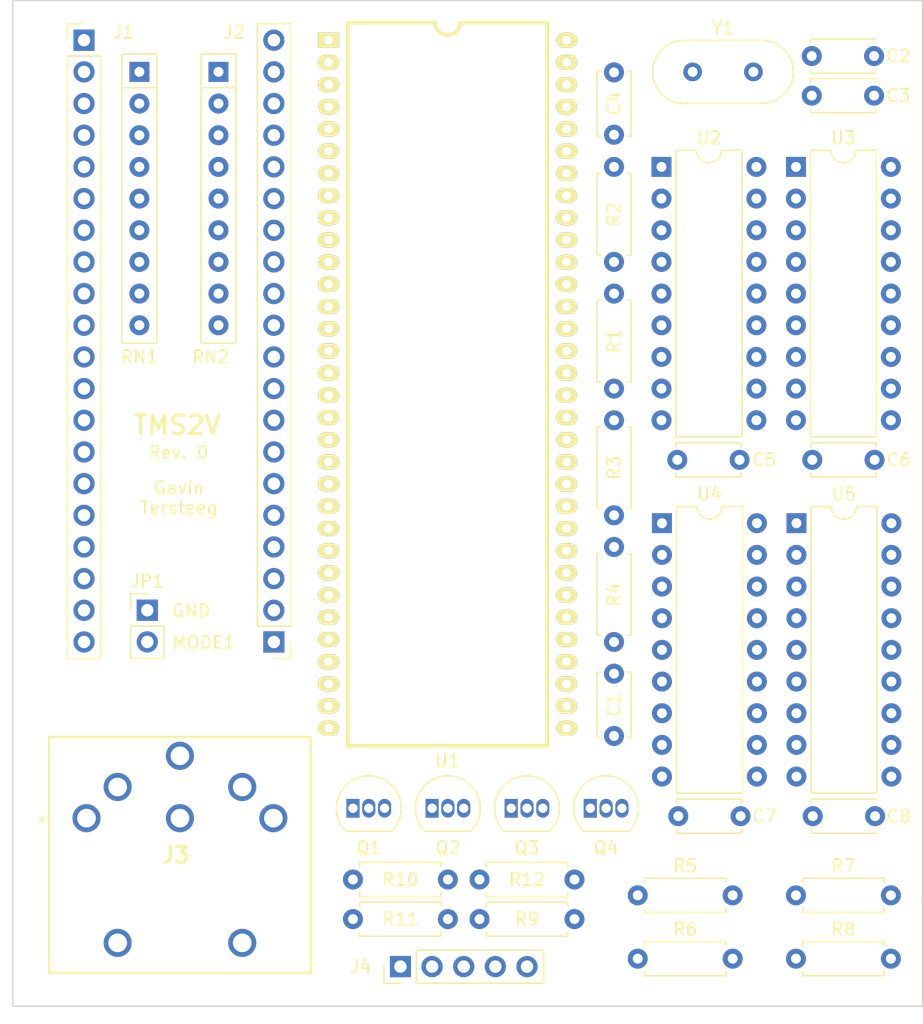
<source format=kicad_pcb>
(kicad_pcb (version 20221018) (generator pcbnew)
  (layers (0 "F.Cu" signal) (31 "B.Cu" signal) (34 "B.Paste" user) (35 "F.Paste" user) (36 "B.SilkS" user "B.Silkscreen") (37 "F.SilkS" user "F.Silkscreen") (38 "B.Mask" user) (39 "F.Mask" user) (44 "Edge.Cuts" user))
  (net 0 "")
  (net 1 "GND")
  (net 2 "Net-(U1-VBB)")
  (net 3 "Net-(U1-XTAL1)")
  (net 4 "Net-(U1-XTAL2)")
  (net 5 "+5V")
  (net 6 "/*TMS_RAS")
  (net 7 "/*TMS_CAS")
  (net 8 "/TMS_AD0")
  (net 9 "/TMS_AD1")
  (net 10 "/TMS_AD2")
  (net 11 "/TMS_AD3")
  (net 12 "/TMS_AD4")
  (net 13 "/TMS_AD5")
  (net 14 "/TMS_AD6")
  (net 15 "/TMS_AD7")
  (net 16 "/*TMS_RDWR")
  (net 17 "Net-(J1-Pin_13)")
  (net 18 "Net-(J1-Pin_14)")
  (net 19 "Net-(J1-Pin_15)")
  (net 20 "/*INT")
  (net 21 "/CD0")
  (net 22 "/CD1")
  (net 23 "/CD2")
  (net 24 "/CD3")
  (net 25 "/CD4")
  (net 26 "/CD5")
  (net 27 "/CD6")
  (net 28 "/CD7")
  (net 37 "Net-(J2-Pin_14)")
  (net 39 "/COMP")
  (net 41 "/CLK")
  (net 44 "/GREEN")
  (net 46 "/RED")
  (net 47 "/BLUE")
  (net 48 "/CSYNC")
  (net 49 "Net-(JP1-B)")
  (net 50 "Net-(Q1-B)")
  (net 51 "Net-(Q2-B)")
  (net 52 "Net-(Q3-B)")
  (net 53 "Net-(Q4-B)")
  (net 54 "Net-(U1-R{slash}*W)")
  (net 55 "Net-(U2-*WE)")
  (net 56 "Net-(U1-*CAS0)")
  (net 57 "Net-(U2-*CAS)")
  (net 58 "Net-(U1-*CAS1)")
  (net 59 "Net-(U3-*CAS)")
  (net 60 "Net-(U1-*RAS)")
  (net 61 "Net-(U2-*RAS)")
  (net 62 "Net-(U1-CSYNC)")
  (net 66 "Net-(RN2-R7)")
  (net 67 "Net-(RN2-R8)")
  (net 83 "/VD0")
  (net 84 "/VD1")
  (net 85 "/VD2")
  (net 86 "/VD3")
  (net 87 "/VD4")
  (net 88 "/VD5")
  (net 89 "/VD6")
  (net 90 "/VD7")
  (net 91 "/VA0")
  (net 92 "/VA1")
  (net 93 "/VA2")
  (net 94 "/VA3")
  (net 95 "/VA4")
  (net 96 "/VA5")
  (net 97 "/VA6")
  (net 98 "/VA7")
  (footprint "Capacitor_THT:C_Disc_D5.0mm_W2.5mm_P5.00mm" (layer "F.Cu") (at 170.26 137.795)
    (fp_text reference "C7" (at 6.905 0) (layer "F.SilkS"))
    (fp_text value "0.1 uF")
    (pad "1" thru_hole circle (at 0 0) (size 1.6 1.6) (drill 0.8) (layers "*.Cu" "*.Mask") (net 5 "+5V"))
    (pad "2" thru_hole circle (at 5 0) (size 1.6 1.6) (drill 0.8) (layers "*.Cu" "*.Mask") (net 1 "GND"))
  )
  (footprint "Capacitor_THT:C_Disc_D5.0mm_W2.5mm_P5.00mm" (layer "F.Cu") (at 165.1 131.365 90)
    (fp_text reference "C1" (at 2.5 0 90) (layer "F.SilkS"))
    (fp_text value "0.1 uF")
    (pad "1" thru_hole circle (at 0 0 90) (size 1.6 1.6) (drill 0.8) (layers "*.Cu" "*.Mask") (net 1 "GND"))
    (pad "2" thru_hole circle (at 5 0 90) (size 1.6 1.6) (drill 0.8) (layers "*.Cu" "*.Mask") (net 2 "Net-(U1-VBB)"))
  )
  (footprint "Capacitor_THT:C_Disc_D5.0mm_W2.5mm_P5.00mm" (layer "F.Cu") (at 181.015 109.22)
    (fp_text reference "C6" (at 6.945 0) (layer "F.SilkS"))
    (fp_text value "0.1 uF")
    (pad "1" thru_hole circle (at 0 0) (size 1.6 1.6) (drill 0.8) (layers "*.Cu" "*.Mask") (net 5 "+5V"))
    (pad "2" thru_hole circle (at 5 0) (size 1.6 1.6) (drill 0.8) (layers "*.Cu" "*.Mask") (net 1 "GND"))
  )
  (footprint "Resistor_THT:R_Axial_DIN0207_L6.3mm_D2.5mm_P7.62mm_Horizontal" (layer "F.Cu") (at 167.005 144.145)
    (fp_text reference "R5" (at 3.81 -2.37) (layer "F.SilkS"))
    (fp_text value "1K")
    (pad "1" thru_hole circle (at 0 0) (size 1.6 1.6) (drill 0.8) (layers "*.Cu" "*.Mask") (net 62 "Net-(U1-CSYNC)"))
    (pad "2" thru_hole oval (at 7.62 0) (size 1.6 1.6) (drill 0.8) (layers "*.Cu" "*.Mask") (net 53 "Net-(Q4-B)"))
  )
  (footprint "Package_TO_SOT_THT:TO-92_Inline" (layer "F.Cu") (at 163.195 137.16)
    (fp_text reference "Q4" (at 1.27 3.175) (layer "F.SilkS"))
    (fp_text value "BC547")
    (pad "1" thru_hole rect (at 0 0) (size 1.05 1.5) (drill 0.75) (layers "*.Cu" "*.Mask") (net 5 "+5V"))
    (pad "2" thru_hole oval (at 1.27 0) (size 1.05 1.5) (drill 0.75) (layers "*.Cu" "*.Mask") (net 53 "Net-(Q4-B)"))
    (pad "3" thru_hole oval (at 2.54 0) (size 1.05 1.5) (drill 0.75) (layers "*.Cu" "*.Mask") (net 48 "/CSYNC"))
  )
  (footprint "Capacitor_THT:C_Disc_D5.0mm_W2.5mm_P5.00mm" (layer "F.Cu") (at 170.18 109.22)
    (fp_text reference "C5" (at 6.985 0) (layer "F.SilkS"))
    (fp_text value "0.1 uF")
    (pad "1" thru_hole circle (at 0 0) (size 1.6 1.6) (drill 0.8) (layers "*.Cu" "*.Mask") (net 5 "+5V"))
    (pad "2" thru_hole circle (at 5 0) (size 1.6 1.6) (drill 0.8) (layers "*.Cu" "*.Mask") (net 1 "GND"))
  )
  (footprint "Package_DIP:DIP-18_W7.62mm" (layer "F.Cu") (at 179.745 114.3)
    (fp_text reference "U5" (at 3.81 -2.33) (layer "F.SilkS"))
    (fp_text value "D41464")
    (pad "1" thru_hole rect (at 0 0) (size 1.6 1.6) (drill 0.8) (layers "*.Cu" "*.Mask") (net 1 "GND"))
    (pad "2" thru_hole oval (at 0 2.54) (size 1.6 1.6) (drill 0.8) (layers "*.Cu" "*.Mask") (net 87 "/VD4"))
    (pad "3" thru_hole oval (at 0 5.08) (size 1.6 1.6) (drill 0.8) (layers "*.Cu" "*.Mask") (net 88 "/VD5"))
    (pad "4" thru_hole oval (at 0 7.62) (size 1.6 1.6) (drill 0.8) (layers "*.Cu" "*.Mask") (net 55 "Net-(U2-*WE)"))
    (pad "5" thru_hole oval (at 0 10.16) (size 1.6 1.6) (drill 0.8) (layers "*.Cu" "*.Mask") (net 61 "Net-(U2-*RAS)"))
    (pad "6" thru_hole oval (at 0 12.7) (size 1.6 1.6) (drill 0.8) (layers "*.Cu" "*.Mask") (net 97 "/VA6"))
    (pad "7" thru_hole oval (at 0 15.24) (size 1.6 1.6) (drill 0.8) (layers "*.Cu" "*.Mask") (net 96 "/VA5"))
    (pad "8" thru_hole oval (at 0 17.78) (size 1.6 1.6) (drill 0.8) (layers "*.Cu" "*.Mask") (net 95 "/VA4"))
    (pad "9" thru_hole oval (at 0 20.32) (size 1.6 1.6) (drill 0.8) (layers "*.Cu" "*.Mask") (net 5 "+5V"))
    (pad "10" thru_hole oval (at 7.62 20.32) (size 1.6 1.6) (drill 0.8) (layers "*.Cu" "*.Mask") (net 98 "/VA7"))
    (pad "11" thru_hole oval (at 7.62 17.78) (size 1.6 1.6) (drill 0.8) (layers "*.Cu" "*.Mask") (net 94 "/VA3"))
    (pad "12" thru_hole oval (at 7.62 15.24) (size 1.6 1.6) (drill 0.8) (layers "*.Cu" "*.Mask") (net 93 "/VA2"))
    (pad "13" thru_hole oval (at 7.62 12.7) (size 1.6 1.6) (drill 0.8) (layers "*.Cu" "*.Mask") (net 92 "/VA1"))
    (pad "14" thru_hole oval (at 7.62 10.16) (size 1.6 1.6) (drill 0.8) (layers "*.Cu" "*.Mask") (net 91 "/VA0"))
    (pad "15" thru_hole oval (at 7.62 7.62) (size 1.6 1.6) (drill 0.8) (layers "*.Cu" "*.Mask") (net 89 "/VD6"))
    (pad "16" thru_hole oval (at 7.62 5.08) (size 1.6 1.6) (drill 0.8) (layers "*.Cu" "*.Mask") (net 59 "Net-(U3-*CAS)"))
    (pad "17" thru_hole oval (at 7.62 2.54) (size 1.6 1.6) (drill 0.8) (layers "*.Cu" "*.Mask") (net 90 "/VD7"))
    (pad "18" thru_hole oval (at 7.62 0) (size 1.6 1.6) (drill 0.8) (layers "*.Cu" "*.Mask") (net 1 "GND"))
  )
  (footprint "Custom:DIN-6" (layer "F.Cu") (at 122.755 137.955)
    (fp_text reference "J3" (at 7.15 2.95) (layer "F.SilkS") (effects (font (size 1.27 1.27) (thickness 0.254))))
    (fp_text value "RGB Out" hide)
    (pad "" thru_hole circle (at 2.5 10) (size 2.25 2.25) (drill 1.5) (layers "*.Cu" "*.Mask"))
    (pad "" thru_hole circle (at 12.5 10) (size 2.25 2.25) (drill 1.5) (layers "*.Cu" "*.Mask"))
    (pad "1" thru_hole circle (at 15 0) (size 2.25 2.25) (drill 1.5) (layers "*.Cu" "*.Mask") (net 44 "/GREEN"))
    (pad "2" thru_hole circle (at 12.5 -2.5) (size 2.25 2.25) (drill 1.5) (layers "*.Cu" "*.Mask"))
    (pad "3" thru_hole circle (at 7.5 0) (size 2.25 2.25) (drill 1.5) (layers "*.Cu" "*.Mask") (net 1 "GND"))
    (pad "4" thru_hole circle (at 2.5 -2.5) (size 2.25 2.25) (drill 1.5) (layers "*.Cu" "*.Mask") (net 46 "/RED"))
    (pad "5" thru_hole circle (at 0 0) (size 2.25 2.25) (drill 1.5) (layers "*.Cu" "*.Mask") (net 47 "/BLUE"))
    (pad "6" thru_hole circle (at 7.5 -5) (size 2.25 2.25) (drill 1.5) (layers "*.Cu" "*.Mask") (net 48 "/CSYNC"))
  )
  (footprint "Package_TO_SOT_THT:TO-92_Inline" (layer "F.Cu") (at 144.145 137.16)
    (fp_text reference "Q1" (at 1.27 3.175) (layer "F.SilkS"))
    (fp_text value "BC547")
    (pad "1" thru_hole rect (at 0 0) (size 1.05 1.5) (drill 0.75) (layers "*.Cu" "*.Mask") (net 5 "+5V"))
    (pad "2" thru_hole oval (at 1.27 0) (size 1.05 1.5) (drill 0.75) (layers "*.Cu" "*.Mask") (net 50 "Net-(Q1-B)"))
    (pad "3" thru_hole oval (at 2.54 0) (size 1.05 1.5) (drill 0.75) (layers "*.Cu" "*.Mask") (net 46 "/RED"))
  )
  (footprint "Resistor_THT:R_Axial_DIN0207_L6.3mm_D2.5mm_P7.62mm_Horizontal" (layer "F.Cu") (at 154.305 146.05)
    (fp_text reference "R9" (at 3.81 0) (layer "F.SilkS"))
    (fp_text value "220R")
    (pad "1" thru_hole circle (at 0 0) (size 1.6 1.6) (drill 0.8) (layers "*.Cu" "*.Mask") (net 1 "GND"))
    (pad "2" thru_hole oval (at 7.62 0) (size 1.6 1.6) (drill 0.8) (layers "*.Cu" "*.Mask") (net 48 "/CSYNC"))
  )
  (footprint "Crystal:Crystal_HC49-U_Vertical" (layer "F.Cu") (at 171.41 78.105)
    (fp_text reference "Y1" (at 2.44 -3.525) (layer "F.SilkS"))
    (fp_text value "24.47727 Mhz")
    (pad "1" thru_hole circle (at 0 0) (size 1.5 1.5) (drill 0.8) (layers "*.Cu" "*.Mask") (net 4 "Net-(U1-XTAL2)"))
    (pad "2" thru_hole circle (at 4.88 0) (size 1.5 1.5) (drill 0.8) (layers "*.Cu" "*.Mask") (net 3 "Net-(U1-XTAL1)"))
  )
  (footprint "Resistor_THT:R_Axial_DIN0207_L6.3mm_D2.5mm_P7.62mm_Horizontal" (layer "F.Cu") (at 165.1 95.885 -90)
    (fp_text reference "R1" (at 3.81 0 90) (layer "F.SilkS"))
    (fp_text value "100R")
    (pad "1" thru_hole circle (at 0 0 270) (size 1.6 1.6) (drill 0.8) (layers "*.Cu" "*.Mask") (net 54 "Net-(U1-R{slash}*W)"))
    (pad "2" thru_hole oval (at 7.62 0 270) (size 1.6 1.6) (drill 0.8) (layers "*.Cu" "*.Mask") (net 55 "Net-(U2-*WE)"))
  )
  (footprint "Connector_PinHeader_2.54mm:PinHeader_1x20_P2.54mm_Vertical" (layer "F.Cu") (at 122.555 75.565)
    (fp_text reference "J1" (at 3.175 -0.635) (layer "F.SilkS"))
    (fp_text value "TMS9918A Socket")
    (pad "1" thru_hole rect (at 0 0) (size 1.7 1.7) (drill 1) (layers "*.Cu" "*.Mask") (net 6 "/*TMS_RAS"))
    (pad "2" thru_hole oval (at 0 2.54) (size 1.7 1.7) (drill 1) (layers "*.Cu" "*.Mask") (net 7 "/*TMS_CAS"))
    (pad "3" thru_hole oval (at 0 5.08) (size 1.7 1.7) (drill 1) (layers "*.Cu" "*.Mask") (net 8 "/TMS_AD0"))
    (pad "4" thru_hole oval (at 0 7.62) (size 1.7 1.7) (drill 1) (layers "*.Cu" "*.Mask") (net 9 "/TMS_AD1"))
    (pad "5" thru_hole oval (at 0 10.16) (size 1.7 1.7) (drill 1) (layers "*.Cu" "*.Mask") (net 10 "/TMS_AD2"))
    (pad "6" thru_hole oval (at 0 12.7) (size 1.7 1.7) (drill 1) (layers "*.Cu" "*.Mask") (net 11 "/TMS_AD3"))
    (pad "7" thru_hole oval (at 0 15.24) (size 1.7 1.7) (drill 1) (layers "*.Cu" "*.Mask") (net 12 "/TMS_AD4"))
    (pad "8" thru_hole oval (at 0 17.78) (size 1.7 1.7) (drill 1) (layers "*.Cu" "*.Mask") (net 13 "/TMS_AD5"))
    (pad "9" thru_hole oval (at 0 20.32) (size 1.7 1.7) (drill 1) (layers "*.Cu" "*.Mask") (net 14 "/TMS_AD6"))
    (pad "10" thru_hole oval (at 0 22.86) (size 1.7 1.7) (drill 1) (layers "*.Cu" "*.Mask") (net 15 "/TMS_AD7"))
    (pad "11" thru_hole oval (at 0 25.4) (size 1.7 1.7) (drill 1) (layers "*.Cu" "*.Mask") (net 16 "/*TMS_RDWR"))
    (pad "12" thru_hole oval (at 0 27.94) (size 1.7 1.7) (drill 1) (layers "*.Cu" "*.Mask") (net 1 "GND"))
    (pad "13" thru_hole oval (at 0 30.48) (size 1.7 1.7) (drill 1) (layers "*.Cu" "*.Mask") (net 17 "Net-(J1-Pin_13)"))
    (pad "14" thru_hole oval (at 0 33.02) (size 1.7 1.7) (drill 1) (layers "*.Cu" "*.Mask") (net 18 "Net-(J1-Pin_14)"))
    (pad "15" thru_hole oval (at 0 35.56) (size 1.7 1.7) (drill 1) (layers "*.Cu" "*.Mask") (net 19 "Net-(J1-Pin_15)"))
    (pad "16" thru_hole oval (at 0 38.1) (size 1.7 1.7) (drill 1) (layers "*.Cu" "*.Mask") (net 20 "/*INT"))
    (pad "17" thru_hole oval (at 0 40.64) (size 1.7 1.7) (drill 1) (layers "*.Cu" "*.Mask") (net 21 "/CD0"))
    (pad "18" thru_hole oval (at 0 43.18) (size 1.7 1.7) (drill 1) (layers "*.Cu" "*.Mask") (net 22 "/CD1"))
    (pad "19" thru_hole oval (at 0 45.72) (size 1.7 1.7) (drill 1) (layers "*.Cu" "*.Mask") (net 23 "/CD2"))
    (pad "20" thru_hole oval (at 0 48.26) (size 1.7 1.7) (drill 1) (layers "*.Cu" "*.Mask") (net 24 "/CD3"))
  )
  (footprint "Resistor_THT:R_Axial_DIN0207_L6.3mm_D2.5mm_P7.62mm_Horizontal" (layer "F.Cu") (at 165.1 113.665 90)
    (fp_text reference "R3" (at 3.81 0 90) (layer "F.SilkS"))
    (fp_text value "100R")
    (pad "1" thru_hole circle (at 0 0 90) (size 1.6 1.6) (drill 0.8) (layers "*.Cu" "*.Mask") (net 58 "Net-(U1-*CAS1)"))
    (pad "2" thru_hole oval (at 7.62 0 90) (size 1.6 1.6) (drill 0.8) (layers "*.Cu" "*.Mask") (net 59 "Net-(U3-*CAS)"))
  )
  (footprint "Resistor_THT:R_Array_SIP9" (layer "F.Cu") (at 133.35 78.105 -90)
    (fp_text reference "RN2" (at 22.86 0.635 -180) (layer "F.SilkS"))
    (fp_text value "10K")
    (pad "1" thru_hole rect (at 0 0 270) (size 1.6 1.6) (drill 0.8) (layers "*.Cu" "*.Mask") (net 5 "+5V"))
    (pad "2" thru_hole oval (at 2.54 0 270) (size 1.6 1.6) (drill 0.8) (layers "*.Cu" "*.Mask"))
    (pad "3" thru_hole oval (at 5.08 0 270) (size 1.6 1.6) (drill 0.8) (layers "*.Cu" "*.Mask"))
    (pad "4" thru_hole oval (at 7.62 0 270) (size 1.6 1.6) (drill 0.8) (layers "*.Cu" "*.Mask"))
    (pad "5" thru_hole oval (at 10.16 0 270) (size 1.6 1.6) (drill 0.8) (layers "*.Cu" "*.Mask") (net 16 "/*TMS_RDWR"))
    (pad "6" thru_hole oval (at 12.7 0 270) (size 1.6 1.6) (drill 0.8) (layers "*.Cu" "*.Mask") (net 6 "/*TMS_RAS"))
    (pad "7" thru_hole oval (at 15.24 0 270) (size 1.6 1.6) (drill 0.8) (layers "*.Cu" "*.Mask") (net 7 "/*TMS_CAS"))
    (pad "8" thru_hole oval (at 17.78 0 270) (size 1.6 1.6) (drill 0.8) (layers "*.Cu" "*.Mask") (net 66 "Net-(RN2-R7)"))
    (pad "9" thru_hole oval (at 20.32 0 270) (size 1.6 1.6) (drill 0.8) (layers "*.Cu" "*.Mask") (net 67 "Net-(RN2-R8)"))
  )
  (footprint "Capacitor_THT:C_Disc_D5.0mm_W2.5mm_P5.00mm" (layer "F.Cu") (at 185.975 80.01 180)
    (fp_text reference "C3" (at -1.945 0) (layer "F.SilkS"))
    (fp_text value "33 pF")
    (pad "1" thru_hole circle (at 0 0 180) (size 1.6 1.6) (drill 0.8) (layers "*.Cu" "*.Mask") (net 1 "GND"))
    (pad "2" thru_hole circle (at 5 0 180) (size 1.6 1.6) (drill 0.8) (layers "*.Cu" "*.Mask") (net 4 "Net-(U1-XTAL2)"))
  )
  (footprint "Resistor_THT:R_Axial_DIN0207_L6.3mm_D2.5mm_P7.62mm_Horizontal" (layer "F.Cu") (at 179.705 144.145)
    (fp_text reference "R7" (at 3.81 -2.37) (layer "F.SilkS"))
    (fp_text value "1K")
    (pad "1" thru_hole circle (at 0 0) (size 1.6 1.6) (drill 0.8) (layers "*.Cu" "*.Mask") (net 1 "GND"))
    (pad "2" thru_hole oval (at 7.62 0) (size 1.6 1.6) (drill 0.8) (layers "*.Cu" "*.Mask") (net 51 "Net-(Q2-B)"))
  )
  (footprint "Connector_PinHeader_2.54mm:PinHeader_1x05_P2.54mm_Vertical" (layer "F.Cu") (at 147.955 149.86 90)
    (fp_text reference "J4" (at 0 -3.175 180) (layer "F.SilkS"))
    (fp_text value "RGB Header")
    (pad "1" thru_hole rect (at 0 0 90) (size 1.7 1.7) (drill 1) (layers "*.Cu" "*.Mask") (net 46 "/RED"))
    (pad "2" thru_hole oval (at 0 2.54 90) (size 1.7 1.7) (drill 1) (layers "*.Cu" "*.Mask") (net 44 "/GREEN"))
    (pad "3" thru_hole oval (at 0 5.08 90) (size 1.7 1.7) (drill 1) (layers "*.Cu" "*.Mask") (net 47 "/BLUE"))
    (pad "4" thru_hole oval (at 0 7.62 90) (size 1.7 1.7) (drill 1) (layers "*.Cu" "*.Mask") (net 48 "/CSYNC"))
    (pad "5" thru_hole oval (at 0 10.16 90) (size 1.7 1.7) (drill 1) (layers "*.Cu" "*.Mask") (net 1 "GND"))
  )
  (footprint "Resistor_THT:R_Axial_DIN0207_L6.3mm_D2.5mm_P7.62mm_Horizontal" (layer "F.Cu") (at 167.005 149.225)
    (fp_text reference "R6" (at 3.81 -2.37) (layer "F.SilkS"))
    (fp_text value "1K")
    (pad "1" thru_hole circle (at 0 0) (size 1.6 1.6) (drill 0.8) (layers "*.Cu" "*.Mask") (net 1 "GND"))
    (pad "2" thru_hole oval (at 7.62 0) (size 1.6 1.6) (drill 0.8) (layers "*.Cu" "*.Mask") (net 52 "Net-(Q3-B)"))
  )
  (footprint "Package_TO_SOT_THT:TO-92_Inline" (layer "F.Cu") (at 156.845 137.16)
    (fp_text reference "Q3" (at 1.27 3.175) (layer "F.SilkS"))
    (fp_text value "BC547")
    (pad "1" thru_hole rect (at 0 0) (size 1.05 1.5) (drill 0.75) (layers "*.Cu" "*.Mask") (net 5 "+5V"))
    (pad "2" thru_hole oval (at 1.27 0) (size 1.05 1.5) (drill 0.75) (layers "*.Cu" "*.Mask") (net 52 "Net-(Q3-B)"))
    (pad "3" thru_hole oval (at 2.54 0) (size 1.05 1.5) (drill 0.75) (layers "*.Cu" "*.Mask") (net 47 "/BLUE"))
  )
  (footprint "Capacitor_THT:C_Disc_D5.0mm_W2.5mm_P5.00mm" (layer "F.Cu") (at 181.055 137.795)
    (fp_text reference "C8" (at 6.905 0) (layer "F.SilkS"))
    (fp_text value "0.1 uF")
    (pad "1" thru_hole circle (at 0 0) (size 1.6 1.6) (drill 0.8) (layers "*.Cu" "*.Mask") (net 5 "+5V"))
    (pad "2" thru_hole circle (at 5 0) (size 1.6 1.6) (drill 0.8) (layers "*.Cu" "*.Mask") (net 1 "GND"))
  )
  (footprint "Capacitor_THT:C_Disc_D5.0mm_W2.5mm_P5.00mm" (layer "F.Cu") (at 165.1 83.145 90)
    (fp_text reference "C4" (at 2.5 0 90) (layer "F.SilkS"))
    (fp_text value "0.1 uF")
    (pad "1" thru_hole circle (at 0 0 90) (size 1.6 1.6) (drill 0.8) (layers "*.Cu" "*.Mask") (net 5 "+5V"))
    (pad "2" thru_hole circle (at 5 0 90) (size 1.6 1.6) (drill 0.8) (layers "*.Cu" "*.Mask") (net 1 "GND"))
  )
  (footprint "Capacitor_THT:C_Disc_D5.0mm_W2.5mm_P5.00mm" (layer "F.Cu") (at 185.975 76.835 180)
    (fp_text reference "C2" (at -1.945 0) (layer "F.SilkS"))
    (fp_text value "33 Pf")
    (pad "1" thru_hole circle (at 0 0 180) (size 1.6 1.6) (drill 0.8) (layers "*.Cu" "*.Mask") (net 1 "GND"))
    (pad "2" thru_hole circle (at 5 0 180) (size 1.6 1.6) (drill 0.8) (layers "*.Cu" "*.Mask") (net 3 "Net-(U1-XTAL1)"))
  )
  (footprint "Resistor_THT:R_Axial_DIN0207_L6.3mm_D2.5mm_P7.62mm_Horizontal" (layer "F.Cu") (at 165.1 123.825 90)
    (fp_text reference "R4" (at 3.81 0 90) (layer "F.SilkS"))
    (fp_text value "100R")
    (pad "1" thru_hole circle (at 0 0 90) (size 1.6 1.6) (drill 0.8) (layers "*.Cu" "*.Mask") (net 60 "Net-(U1-*RAS)"))
    (pad "2" thru_hole oval (at 7.62 0 90) (size 1.6 1.6) (drill 0.8) (layers "*.Cu" "*.Mask") (net 61 "Net-(U2-*RAS)"))
  )
  (footprint "Package_DIP:DIP-18_W7.62mm" (layer "F.Cu") (at 179.705 85.725)
    (fp_text reference "U3" (at 3.81 -2.33) (layer "F.SilkS"))
    (fp_text value "D41464")
    (pad "1" thru_hole rect (at 0 0) (size 1.6 1.6) (drill 0.8) (layers "*.Cu" "*.Mask") (net 1 "GND"))
    (pad "2" thru_hole oval (at 0 2.54) (size 1.6 1.6) (drill 0.8) (layers "*.Cu" "*.Mask") (net 83 "/VD0"))
    (pad "3" thru_hole oval (at 0 5.08) (size 1.6 1.6) (drill 0.8) (layers "*.Cu" "*.Mask") (net 84 "/VD1"))
    (pad "4" thru_hole oval (at 0 7.62) (size 1.6 1.6) (drill 0.8) (layers "*.Cu" "*.Mask") (net 55 "Net-(U2-*WE)"))
    (pad "5" thru_hole oval (at 0 10.16) (size 1.6 1.6) (drill 0.8) (layers "*.Cu" "*.Mask") (net 61 "Net-(U2-*RAS)"))
    (pad "6" thru_hole oval (at 0 12.7) (size 1.6 1.6) (drill 0.8) (layers "*.Cu" "*.Mask") (net 97 "/VA6"))
    (pad "7" thru_hole oval (at 0 15.24) (size 1.6 1.6) (drill 0.8) (layers "*.Cu" "*.Mask") (net 96 "/VA5"))
    (pad "8" thru_hole oval (at 0 17.78) (size 1.6 1.6) (drill 0.8) (layers "*.Cu" "*.Mask") (net 95 "/VA4"))
    (pad "9" thru_hole oval (at 0 20.32) (size 1.6 1.6) (drill 0.8) (layers "*.Cu" "*.Mask") (net 5 "+5V"))
    (pad "10" thru_hole oval (at 7.62 20.32) (size 1.6 1.6) (drill 0.8) (layers "*.Cu" "*.Mask") (net 98 "/VA7"))
    (pad "11" thru_hole oval (at 7.62 17.78) (size 1.6 1.6) (drill 0.8) (layers "*.Cu" "*.Mask") (net 94 "/VA3"))
    (pad "12" thru_hole oval (at 7.62 15.24) (size 1.6 1.6) (drill 0.8) (layers "*.Cu" "*.Mask") (net 93 "/VA2"))
    (pad "13" thru_hole oval (at 7.62 12.7) (size 1.6 1.6) (drill 0.8) (layers "*.Cu" "*.Mask") (net 92 "/VA1"))
    (pad "14" thru_hole oval (at 7.62 10.16) (size 1.6 1.6) (drill 0.8) (layers "*.Cu" "*.Mask") (net 91 "/VA0"))
    (pad "15" thru_hole oval (at 7.62 7.62) (size 1.6 1.6) (drill 0.8) (layers "*.Cu" "*.Mask") (net 85 "/VD2"))
    (pad "16" thru_hole oval (at 7.62 5.08) (size 1.6 1.6) (drill 0.8) (layers "*.Cu" "*.Mask") (net 59 "Net-(U3-*CAS)"))
    (pad "17" thru_hole oval (at 7.62 2.54) (size 1.6 1.6) (drill 0.8) (layers "*.Cu" "*.Mask") (net 86 "/VD3"))
    (pad "18" thru_hole oval (at 7.62 0) (size 1.6 1.6) (drill 0.8) (layers "*.Cu" "*.Mask") (net 1 "GND"))
  )
  (footprint "Package_DIP:DIP-18_W7.62mm" (layer "F.Cu") (at 168.95 114.3)
    (fp_text reference "U4" (at 3.81 -2.33) (layer "F.SilkS"))
    (fp_text value "D41464")
    (pad "1" thru_hole rect (at 0 0) (size 1.6 1.6) (drill 0.8) (layers "*.Cu" "*.Mask") (net 1 "GND"))
    (pad "2" thru_hole oval (at 0 2.54) (size 1.6 1.6) (drill 0.8) (layers "*.Cu" "*.Mask") (net 87 "/VD4"))
    (pad "3" thru_hole oval (at 0 5.08) (size 1.6 1.6) (drill 0.8) (layers "*.Cu" "*.Mask") (net 88 "/VD5"))
    (pad "4" thru_hole oval (at 0 7.62) (size 1.6 1.6) (drill 0.8) (layers "*.Cu" "*.Mask") (net 55 "Net-(U2-*WE)"))
    (pad "5" thru_hole oval (at 0 10.16) (size 1.6 1.6) (drill 0.8) (layers "*.Cu" "*.Mask") (net 61 "Net-(U2-*RAS)"))
    (pad "6" thru_hole oval (at 0 12.7) (size 1.6 1.6) (drill 0.8) (layers "*.Cu" "*.Mask") (net 97 "/VA6"))
    (pad "7" thru_hole oval (at 0 15.24) (size 1.6 1.6) (drill 0.8) (layers "*.Cu" "*.Mask") (net 96 "/VA5"))
    (pad "8" thru_hole oval (at 0 17.78) (size 1.6 1.6) (drill 0.8) (layers "*.Cu" "*.Mask") (net 95 "/VA4"))
    (pad "9" thru_hole oval (at 0 20.32) (size 1.6 1.6) (drill 0.8) (layers "*.Cu" "*.Mask") (net 5 "+5V"))
    (pad "10" thru_hole oval (at 7.62 20.32) (size 1.6 1.6) (drill 0.8) (layers "*.Cu" "*.Mask") (net 98 "/VA7"))
    (pad "11" thru_hole oval (at 7.62 17.78) (size 1.6 1.6) (drill 0.8) (layers "*.Cu" "*.Mask") (net 94 "/VA3"))
    (pad "12" thru_hole oval (at 7.62 15.24) (size 1.6 1.6) (drill 0.8) (layers "*.Cu" "*.Mask") (net 93 "/VA2"))
    (pad "13" thru_hole oval (at 7.62 12.7) (size 1.6 1.6) (drill 0.8) (layers "*.Cu" "*.Mask") (net 92 "/VA1"))
    (pad "14" thru_hole oval (at 7.62 10.16) (size 1.6 1.6) (drill 0.8) (layers "*.Cu" "*.Mask") (net 91 "/VA0"))
    (pad "15" thru_hole oval (at 7.62 7.62) (size 1.6 1.6) (drill 0.8) (layers "*.Cu" "*.Mask") (net 89 "/VD6"))
    (pad "16" thru_hole oval (at 7.62 5.08) (size 1.6 1.6) (drill 0.8) (layers "*.Cu" "*.Mask") (net 57 "Net-(U2-*CAS)"))
    (pad "17" thru_hole oval (at 7.62 2.54) (size 1.6 1.6) (drill 0.8) (layers "*.Cu" "*.Mask") (net 90 "/VD7"))
    (pad "18" thru_hole oval (at 7.62 0) (size 1.6 1.6) (drill 0.8) (layers "*.Cu" "*.Mask") (net 1 "GND"))
  )
  (footprint "Resistor_THT:R_Axial_DIN0207_L6.3mm_D2.5mm_P7.62mm_Horizontal" (layer "F.Cu") (at 165.1 85.725 -90)
    (fp_text reference "R2" (at 3.81 0 90) (layer "F.SilkS"))
    (fp_text value "100R")
    (pad "1" thru_hole circle (at 0 0 270) (size 1.6 1.6) (drill 0.8) (layers "*.Cu" "*.Mask") (net 56 "Net-(U1-*CAS0)"))
    (pad "2" thru_hole oval (at 7.62 0 270) (size 1.6 1.6) (drill 0.8) (layers "*.Cu" "*.Mask") (net 57 "Net-(U2-*CAS)"))
  )
  (footprint "Package_TO_SOT_THT:TO-92_Inline" (layer "F.Cu") (at 150.495 137.16)
    (fp_text reference "Q2" (at 1.27 3.175) (layer "F.SilkS"))
    (fp_text value "BC547")
    (pad "1" thru_hole rect (at 0 0) (size 1.05 1.5) (drill 0.75) (layers "*.Cu" "*.Mask") (net 5 "+5V"))
    (pad "2" thru_hole oval (at 1.27 0) (size 1.05 1.5) (drill 0.75) (layers "*.Cu" "*.Mask") (net 51 "Net-(Q2-B)"))
    (pad "3" thru_hole oval (at 2.54 0) (size 1.05 1.5) (drill 0.75) (layers "*.Cu" "*.Mask") (net 44 "/GREEN"))
  )
  (footprint "Resistor_THT:R_Axial_DIN0207_L6.3mm_D2.5mm_P7.62mm_Horizontal" (layer "F.Cu") (at 179.705 149.225)
    (fp_text reference "R8" (at 3.81 -2.37) (layer "F.SilkS"))
    (fp_text value "1K")
    (pad "1" thru_hole circle (at 0 0) (size 1.6 1.6) (drill 0.8) (layers "*.Cu" "*.Mask") (net 1 "GND"))
    (pad "2" thru_hole oval (at 7.62 0) (size 1.6 1.6) (drill 0.8) (layers "*.Cu" "*.Mask") (net 50 "Net-(Q1-B)"))
  )
  (footprint "Resistor_THT:R_Axial_DIN0207_L6.3mm_D2.5mm_P7.62mm_Horizontal" (layer "F.Cu") (at 151.765 142.875 180)
    (fp_text reference "R10" (at 3.81 0) (layer "F.SilkS"))
    (fp_text value "220R")
    (pad "1" thru_hole circle (at 0 0 180) (size 1.6 1.6) (drill 0.8) (layers "*.Cu" "*.Mask") (net 1 "GND"))
    (pad "2" thru_hole oval (at 7.62 0 180) (size 1.6 1.6) (drill 0.8) (layers "*.Cu" "*.Mask") (net 47 "/BLUE"))
  )
  (footprint "Resistor_THT:R_Axial_DIN0207_L6.3mm_D2.5mm_P7.62mm_Horizontal" (layer "F.Cu") (at 151.765 146.05 180)
    (fp_text reference "R11" (at 3.81 0) (layer "F.SilkS"))
    (fp_text value "220R")
    (pad "1" thru_hole circle (at 0 0 180) (size 1.6 1.6) (drill 0.8) (layers "*.Cu" "*.Mask") (net 1 "GND"))
    (pad "2" thru_hole oval (at 7.62 0 180) (size 1.6 1.6) (drill 0.8) (layers "*.Cu" "*.Mask") (net 44 "/GREEN"))
  )
  (footprint "Connector_PinHeader_2.54mm:PinHeader_1x20_P2.54mm_Vertical" (layer "F.Cu") (at 137.795 123.825 180)
    (fp_text reference "J2" (at 3.175 48.895) (layer "F.SilkS"))
    (fp_text value "~")
    (pad "1" thru_hole rect (at 0 0 180) (size 1.7 1.7) (drill 1) (layers "*.Cu" "*.Mask") (net 25 "/CD4"))
    (pad "2" thru_hole oval (at 0 2.54 180) (size 1.7 1.7) (drill 1) (layers "*.Cu" "*.Mask") (net 26 "/CD5"))
    (pad "3" thru_hole oval (at 0 5.08 180) (size 1.7 1.7) (drill 1) (layers "*.Cu" "*.Mask") (net 27 "/CD6"))
    (pad "4" thru_hole oval (at 0 7.62 180) (size 1.7 1.7) (drill 1) (layers "*.Cu" "*.Mask") (net 28 "/CD7"))
    (pad "5" thru_hole oval (at 0 10.16 180) (size 1.7 1.7) (drill 1) (layers "*.Cu" "*.Mask"))
    (pad "6" thru_hole oval (at 0 12.7 180) (size 1.7 1.7) (drill 1) (layers "*.Cu" "*.Mask"))
    (pad "7" thru_hole oval (at 0 15.24 180) (size 1.7 1.7) (drill 1) (layers "*.Cu" "*.Mask"))
    (pad "8" thru_hole oval (at 0 17.78 180) (size 1.7 1.7) (drill 1) (layers "*.Cu" "*.Mask"))
    (pad "9" thru_hole oval (at 0 20.32 180) (size 1.7 1.7) (drill 1) (layers "*.Cu" "*.Mask"))
    (pad "10" thru_hole oval (at 0 22.86 180) (size 1.7 1.7) (drill 1) (layers "*.Cu" "*.Mask"))
    (pad "11" thru_hole oval (at 0 25.4 180) (size 1.7 1.7) (drill 1) (layers "*.Cu" "*.Mask"))
    (pad "12" thru_hole oval (at 0 27.94 180) (size 1.7 1.7) (drill 1) (layers "*.Cu" "*.Mask"))
    (pad "13" thru_hole oval (at 0 30.48 180) (size 1.7 1.7) (drill 1) (layers "*.Cu" "*.Mask") (net 5 "+5V"))
    (pad "14" thru_hole oval (at 0 33.02 180) (size 1.7 1.7) (drill 1) (layers "*.Cu" "*.Mask") (net 37 "Net-(J2-Pin_14)"))
    (pad "15" thru_hole oval (at 0 35.56 180) (size 1.7 1.7) (drill 1) (layers "*.Cu" "*.Mask"))
    (pad "16" thru_hole oval (at 0 38.1 180) (size 1.7 1.7) (drill 1) (layers "*.Cu" "*.Mask") (net 39 "/COMP"))
    (pad "17" thru_hole oval (at 0 40.64 180) (size 1.7 1.7) (drill 1) (layers "*.Cu" "*.Mask"))
    (pad "18" thru_hole oval (at 0 43.18 180) (size 1.7 1.7) (drill 1) (layers "*.Cu" "*.Mask") (net 41 "/CLK"))
    (pad "19" thru_hole oval (at 0 45.72 180) (size 1.7 1.7) (drill 1) (layers "*.Cu" "*.Mask"))
    (pad "20" thru_hole oval (at 0 48.26 180) (size 1.7 1.7) (drill 1) (layers "*.Cu" "*.Mask"))
  )
  (footprint "Connector_PinHeader_2.54mm:PinHeader_1x02_P2.54mm_Vertical" (layer "F.Cu") (at 127.635 121.28)
    (fp_text reference "JP1" (at 0 -2.33) (layer "F.SilkS"))
    (fp_text value "Tie Mode 1")
    (pad "1" thru_hole rect (at 0 0) (size 1.7 1.7) (drill 1) (layers "*.Cu" "*.Mask") (net 1 "GND"))
    (pad "2" thru_hole oval (at 0 2.54) (size 1.7 1.7) (drill 1) (layers "*.Cu" "*.Mask") (net 49 "Net-(JP1-B)"))
  )
  (footprint "Package_DIP:DIP-18_W7.62mm" (layer "F.Cu") (at 168.91 85.725)
    (fp_text reference "U2" (at 3.81 -2.33) (layer "F.SilkS"))
    (fp_text value "D41464")
    (pad "1" thru_hole rect (at 0 0) (size 1.6 1.6) (drill 0.8) (layers "*.Cu" "*.Mask") (net 1 "GND"))
    (pad "2" thru_hole oval (at 0 2.54) (size 1.6 1.6) (drill 0.8) (layers "*.Cu" "*.Mask") (net 83 "/VD0"))
    (pad "3" thru_hole oval (at 0 5.08) (size 1.6 1.6) (drill 0.8) (layers "*.Cu" "*.Mask") (net 84 "/VD1"))
    (pad "4" thru_hole oval (at 0 7.62) (size 1.6 1.6) (drill 0.8) (layers "*.Cu" "*.Mask") (net 55 "Net-(U2-*WE)"))
    (pad "5" thru_hole oval (at 0 10.16) (size 1.6 1.6) (drill 0.8) (layers "*.Cu" "*.Mask") (net 61 "Net-(U2-*RAS)"))
    (pad "6" thru_hole oval (at 0 12.7) (size 1.6 1.6) (drill 0.8) (layers "*.Cu" "*.Mask") (net 97 "/VA6"))
    (pad "7" thru_hole oval (at 0 15.24) (size 1.6 1.6) (drill 0.8) (layers "*.Cu" "*.Mask") (net 96 "/VA5"))
    (pad "8" thru_hole oval (at 0 17.78) (size 1.6 1.6) (drill 0.8) (layers "*.Cu" "*.Mask") (net 95 "/VA4"))
    (pad "9" thru_hole oval (at 0 20.32) (size 1.6 1.6) (drill 0.8) (layers "*.Cu" "*.Mask") (net 5 "+5V"))
    (pad "10" thru_hole oval (at 7.62 20.32) (size 1.6 1.6) (drill 0.8) (layers "*.Cu" "*.Mask") (net 98 "/VA7"))
    (pad "11" thru_hole oval (at 7.62 17.78) (size 1.6 1.6) (drill 0.8) (layers "*.Cu" "*.Mask") (net 94 "/VA3"))
    (pad "12" thru_hole oval (at 7.62 15.24) (size 1.6 1.6) (drill 0.8) (layers "*.Cu" "*.Mask") (net 93 "/VA2"))
    (pad "13" thru_hole oval (at 7.62 12.7) (size 1.6 1.6) (drill 0.8) (layers "*.Cu" "*.Mask") (net 92 "/VA1"))
    (pad "14" thru_hole oval (at 7.62 10.16) (size 1.6 1.6) (drill 0.8) (layers "*.Cu" "*.Mask") (net 91 "/VA0"))
    (pad "15" thru_hole oval (at 7.62 7.62) (size 1.6 1.6) (drill 0.8) (layers "*.Cu" "*.Mask") (net 85 "/VD2"))
    (pad "16" thru_hole oval (at 7.62 5.08) (size 1.6 1.6) (drill 0.8) (layers "*.Cu" "*.Mask") (net 57 "Net-(U2-*CAS)"))
    (pad "17" thru_hole oval (at 7.62 2.54) (size 1.6 1.6) (drill 0.8) (layers "*.Cu" "*.Mask") (net 86 "/VD3"))
    (pad "18" thru_hole oval (at 7.62 0) (size 1.6 1.6) (drill 0.8) (layers "*.Cu" "*.Mask") (net 1 "GND"))
  )
  (footprint "Resistor_THT:R_Axial_DIN0207_L6.3mm_D2.5mm_P7.62mm_Horizontal" (layer "F.Cu") (at 154.305 142.875)
    (fp_text reference "R12" (at 3.81 0) (layer "F.SilkS"))
    (fp_text value "220R")
    (pad "1" thru_hole circle (at 0 0) (size 1.6 1.6) (drill 0.8) (layers "*.Cu" "*.Mask") (net 1 "GND"))
    (pad "2" thru_hole oval (at 7.62 0) (size 1.6 1.6) (drill 0.8) (layers "*.Cu" "*.Mask") (net 46 "/RED"))
  )
  (footprint "Resistor_THT:R_Array_SIP9" (layer "F.Cu") (at 127 78.105 -90)
    (fp_text reference "RN1" (at 22.86 0 -180) (layer "F.SilkS"))
    (fp_text value "10K")
    (pad "1" thru_hole rect (at 0 0 270) (size 1.6 1.6) (drill 0.8) (layers "*.Cu" "*.Mask") (net 5 "+5V"))
    (pad "2" thru_hole oval (at 2.54 0 270) (size 1.6 1.6) (drill 0.8) (layers "*.Cu" "*.Mask") (net 8 "/TMS_AD0"))
    (pad "3" thru_hole oval (at 5.08 0 270) (size 1.6 1.6) (drill 0.8) (layers "*.Cu" "*.Mask") (net 9 "/TMS_AD1"))
    (pad "4" thru_hole oval (at 7.62 0 270) (size 1.6 1.6) (drill 0.8) (layers "*.Cu" "*.Mask") (net 10 "/TMS_AD2"))
    (pad "5" thru_hole oval (at 10.16 0 270) (size 1.6 1.6) (drill 0.8) (layers "*.Cu" "*.Mask") (net 11 "/TMS_AD3"))
    (pad "6" thru_hole oval (at 12.7 0 270) (size 1.6 1.6) (drill 0.8) (layers "*.Cu" "*.Mask") (net 12 "/TMS_AD4"))
    (pad "7" thru_hole oval (at 15.24 0 270) (size 1.6 1.6) (drill 0.8) (layers "*.Cu" "*.Mask") (net 13 "/TMS_AD5"))
    (pad "8" thru_hole oval (at 17.78 0 270) (size 1.6 1.6) (drill 0.8) (layers "*.Cu" "*.Mask") (net 14 "/TMS_AD6"))
    (pad "9" thru_hole oval (at 20.32 0 270) (size 1.6 1.6) (drill 0.8) (layers "*.Cu" "*.Mask") (net 15 "/TMS_AD7"))
  )
  (footprint "Custom:DIP64" (layer "F.Cu") (at 151.7396 103.155 -90)
    (fp_text reference "U1" (at 30.195 0.0254 180) (layer "F.SilkS"))
    (fp_text value "V9938" hide)
    (pad "1" thru_hole rect (at -27.59 9.5504 270) (size 1.2 1.7) (drill 0.7) (layers "*.Cu" "*.Mask" "F.SilkS") (net 1 "GND"))
    (pad "2" thru_hole oval (at -25.81 9.5504 270) (size 1.2 1.7) (drill 0.7) (layers "*.Cu" "*.Mask" "F.SilkS"))
    (pad "3" thru_hole oval (at -24.03 9.5504 270) (size 1.2 1.7) (drill 0.7) (layers "*.Cu" "*.Mask" "F.SilkS"))
    (pad "4" thru_hole oval (at -22.25 9.5504 270) (size 1.2 1.7) (drill 0.7) (layers "*.Cu" "*.Mask" "F.SilkS"))
    (pad "5" thru_hole oval (at -20.47 9.5504 270) (size 1.2 1.7) (drill 0.7) (layers "*.Cu" "*.Mask" "F.SilkS"))
    (pad "6" thru_hole oval (at -18.69 9.5504 270) (size 1.2 1.7) (drill 0.7) (layers "*.Cu" "*.Mask" "F.SilkS") (net 62 "Net-(U1-CSYNC)"))
    (pad "7" thru_hole oval (at -16.91 9.5504 270) (size 1.2 1.7) (drill 0.7) (layers "*.Cu" "*.Mask" "F.SilkS"))
    (pad "8" thru_hole oval (at -15.13 9.5504 270) (size 1.2 1.7) (drill 0.7) (layers "*.Cu" "*.Mask" "F.SilkS") (net 41 "/CLK"))
    (pad "9" thru_hole oval (at -13.35 9.5504 270) (size 1.2 1.7) (drill 0.7) (layers "*.Cu" "*.Mask" "F.SilkS") (net 37 "Net-(J2-Pin_14)"))
    (pad "10" thru_hole oval (at -11.57 9.5504 270) (size 1.2 1.7) (drill 0.7) (layers "*.Cu" "*.Mask" "F.SilkS"))
    (pad "11" thru_hole oval (at -9.79 9.5504 270) (size 1.2 1.7) (drill 0.7) (layers "*.Cu" "*.Mask" "F.SilkS"))
    (pad "12" thru_hole oval (at -8.01 9.5504 270) (size 1.2 1.7) (drill 0.7) (layers "*.Cu" "*.Mask" "F.SilkS"))
    (pad "13" thru_hole oval (at -6.23 9.5504 270) (size 1.2 1.7) (drill 0.7) (layers "*.Cu" "*.Mask" "F.SilkS"))
    (pad "14" thru_hole oval (at -4.45 9.5504 270) (size 1.2 1.7) (drill 0.7) (layers "*.Cu" "*.Mask" "F.SilkS"))
    (pad "15" thru_hole oval (at -2.67 9.5504 270) (size 1.2 1.7) (drill 0.7) (layers "*.Cu" "*.Mask" "F.SilkS"))
    (pad "16" thru_hole oval (at -0.89 9.5504 270) (size 1.2 1.7) (drill 0.7) (layers "*.Cu" "*.Mask" "F.SilkS"))
    (pad "17" thru_hole oval (at 0.89 9.5504 270) (size 1.2 1.7) (drill 0.7) (layers "*.Cu" "*.Mask" "F.SilkS"))
    (pad "18" thru_hole oval (at 2.67 9.5504 270) (size 1.2 1.7) (drill 0.7) (layers "*.Cu" "*.Mask" "F.SilkS"))
    (pad "19" thru_hole oval (at 4.45 9.5504 270) (size 1.2 1.7) (drill 0.7) (layers "*.Cu" "*.Mask" "F.SilkS"))
    (pad "20" thru_hole oval (at 6.23 9.5504 270) (size 1.2 1.7) (drill 0.7) (layers "*.Cu" "*.Mask" "F.SilkS") (net 1 "GND"))
    (pad "21" thru_hole oval (at 8.01 9.5504 270) (size 1.2 1.7) (drill 0.7) (layers "*.Cu" "*.Mask" "F.SilkS") (net 39 "/COMP"))
    (pad "22" thru_hole oval (at 9.79 9.5504 270) (size 1.2 1.7) (drill 0.7) (layers "*.Cu" "*.Mask" "F.SilkS") (net 51 "Net-(Q2-B)"))
    (pad "23" thru_hole oval (at 11.57 9.5504 270) (size 1.2 1.7) (drill 0.7) (layers "*.Cu" "*.Mask" "F.SilkS") (net 50 "Net-(Q1-B)"))
    (pad "24" thru_hole oval (at 13.35 9.5504 270) (size 1.2 1.7) (drill 0.7) (layers "*.Cu" "*.Mask" "F.SilkS") (net 52 "Net-(Q3-B)"))
    (pad "25" thru_hole oval (at 15.13 9.5504 270) (size 1.2 1.7) (drill 0.7) (layers "*.Cu" "*.Mask" "F.SilkS") (net 20 "/*INT"))
    (pad "26" thru_hole oval (at 16.91 9.5504 270) (size 1.2 1.7) (drill 0.7) (layers "*.Cu" "*.Mask" "F.SilkS") (net 67 "Net-(RN2-R8)"))
    (pad "27" thru_hole oval (at 18.69 9.5504 270) (size 1.2 1.7) (drill 0.7) (layers "*.Cu" "*.Mask" "F.SilkS") (net 66 "Net-(RN2-R7)"))
    (pad "28" thru_hole oval (at 20.47 9.5504 270) (size 1.2 1.7) (drill 0.7) (layers "*.Cu" "*.Mask" "F.SilkS") (net 49 "Net-(JP1-B)"))
    (pad "29" thru_hole oval (at 22.25 9.5504 270) (size 1.2 1.7) (drill 0.7) (layers "*.Cu" "*.Mask" "F.SilkS") (net 17 "Net-(J1-Pin_13)"))
    (pad "30" thru_hole oval (at 24.03 9.5504 270) (size 1.2 1.7) (drill 0.7) (layers "*.Cu" "*.Mask" "F.SilkS") (net 18 "Net-(J1-Pin_14)"))
    (pad "31" thru_hole oval (at 25.81 9.5504 270) (size 1.2 1.7) (drill 0.7) (layers "*.Cu" "*.Mask" "F.SilkS") (net 19 "Net-(J1-Pin_15)"))
    (pad "32" thru_hole oval (at 27.59 9.5504 270) (size 1.2 1.7) (drill 0.7) (layers "*.Cu" "*.Mask" "F.SilkS") (net 28 "/CD7"))
    (pad "33" thru_hole oval (at 27.59 -9.5504 270) (size 1.2 1.7) (drill 0.7) (layers "*.Cu" "*.Mask" "F.SilkS") (net 2 "Net-(U1-VBB)"))
    (pad "34" thru_hole oval (at 25.81 -9.5504 270) (size 1.2 1.7) (drill 0.7) (layers "*.Cu" "*.Mask" "F.SilkS") (net 27 "/CD6"))
    (pad "35" thru_hole oval (at 24.03 -9.5504 270) (size 1.2 1.7) (drill 0.7) (layers "*.Cu" "*.Mask" "F.SilkS") (net 26 "/CD5"))
    (pad "36" thru_hole oval (at 22.25 -9.5504 270) (size 1.2 1.7) (drill 0.7) (layers "*.Cu" "*.Mask" "F.SilkS") (net 25 "/CD4"))
    (pad "37" thru_hole oval (at 20.47 -9.5504 270) (size 1.2 1.7) (drill 0.7) (layers "*.Cu" "*.Mask" "F.SilkS") (net 24 "/CD3"))
    (pad "38" thru_hole oval (at 18.69 -9.5504 270) (size 1.2 1.7) (drill 0.7) (layers "*.Cu" "*.Mask" "F.SilkS") (net 23 "/CD2"))
    (pad "39" thru_hole oval (at 16.91 -9.5504 270) (size 1.2 1.7) (drill 0.7) (layers "*.Cu" "*.Mask" "F.SilkS") (net 22 "/CD1"))
    (pad "40" thru_hole oval (at 15.13 -9.5504 270) (size 1.2 1.7) (drill 0.7) (layers "*.Cu" "*.Mask" "F.SilkS") (net 21 "/CD0"))
    (pad "41" thru_hole oval (at 13.35 -9.5504 270) (size 1.2 1.7) (drill 0.7) (layers "*.Cu" "*.Mask" "F.SilkS") (net 83 "/VD0"))
    (pad "42" thru_hole oval (at 11.57 -9.5504 270) (size 1.2 1.7) (drill 0.7) (layers "*.Cu" "*.Mask" "F.SilkS") (net 84 "/VD1"))
    (pad "43" thru_hole oval (at 9.79 -9.5504 270) (size 1.2 1.7) (drill 0.7) (layers "*.Cu" "*.Mask" "F.SilkS") (net 85 "/VD2"))
    (pad "44" thru_hole oval (at 8.01 -9.5504 270) (size 1.2 1.7) (drill 0.7) (layers "*.Cu" "*.Mask" "F.SilkS") (net 86 "/VD3"))
    (pad "45" thru_hole oval (at 6.23 -9.5504 270) (size 1.2 1.7) (drill 0.7) (layers "*.Cu" "*.Mask" "F.SilkS") (net 87 "/VD4"))
    (pad "46" thru_hole oval (at 4.45 -9.5504 270) (size 1.2 1.7) (drill 0.7) (layers "*.Cu" "*.Mask" "F.SilkS") (net 88 "/VD5"))
    (pad "47" thru_hole oval (at 2.67 -9.5504 270) (size 1.2 1.7) (drill 0.7) (layers "*.Cu" "*.Mask" "F.SilkS") (net 89 "/VD6"))
    (pad "48" thru_hole oval (at 0.89 -9.5504 270) (size 1.2 1.7) (drill 0.7) (layers "*.Cu" "*.Mask" "F.SilkS") (net 90 "/VD7"))
    (pad "49" thru_hole oval (at -0.89 -9.5504 270) (size 1.2 1.7) (drill 0.7) (layers "*.Cu" "*.Mask" "F.SilkS") (net 91 "/VA0"))
    (pad "50" thru_hole oval (at -2.67 -9.5504 270) (size 1.2 1.7) (drill 0.7) (layers "*.Cu" "*.Mask" "F.SilkS") (net 92 "/VA1"))
    (pad "51" thru_hole oval (at -4.45 -9.5504 270) (size 1.2 1.7) (drill 0.7) (layers "*.Cu" "*.Mask" "F.SilkS") (net 93 "/VA2"))
    (pad "52" thru_hole oval (at -6.23 -9.5504 270) (size 1.2 1.7) (drill 0.7) (layers "*.Cu" "*.Mask" "F.SilkS") (net 94 "/VA3"))
    (pad "53" thru_hole oval (at -8.01 -9.5504 270) (size 1.2 1.7) (drill 0.7) (layers "*.Cu" "*.Mask" "F.SilkS") (net 95 "/VA4"))
    (pad "54" thru_hole oval (at -9.79 -9.5504 270) (size 1.2 1.7) (drill 0.7) (layers "*.Cu" "*.Mask" "F.SilkS") (net 96 "/VA5"))
    (pad "55" thru_hole oval (at -11.57 -9.5504 270) (size 1.2 1.7) (drill 0.7) (layers "*.Cu" "*.Mask" "F.SilkS") (net 97 "/VA6"))
    (pad "56" thru_hole oval (at -13.35 -9.5504 270) (size 1.2 1.7) (drill 0.7) (layers "*.Cu" "*.Mask" "F.SilkS") (net 98 "/VA7"))
    (pad "57" thru_hole oval (at -15.13 -9.5504 270) (size 1.2 1.7) (drill 0.7) (layers "*.Cu" "*.Mask" "F.SilkS") (net 54 "Net-(U1-R{slash}*W)"))
    (pad "58" thru_hole oval (at -16.91 -9.5504 270) (size 1.2 1.7) (drill 0.7) (layers "*.Cu" "*.Mask" "F.SilkS") (net 5 "+5V"))
    (pad "59" thru_hole oval (at -18.69 -9.5504 270) (size 1.2 1.7) (drill 0.7) (layers "*.Cu" "*.Mask" "F.SilkS"))
    (pad "60" thru_hole oval (at -20.47 -9.5504 270) (size 1.2 1.7) (drill 0.7) (layers "*.Cu" "*.Mask" "F.SilkS") (net 58 "Net-(U1-*CAS1)"))
    (pad "61" thru_hole oval (at -22.25 -9.5504 270) (size 1.2 1.7) (drill 0.7) (layers "*.Cu" "*.Mask" "F.SilkS") (net 56 "Net-(U1-*CAS0)"))
    (pad "62" thru_hole oval (at -24.03 -9.5504 270) (size 1.2 1.7) (drill 0.7) (layers "*.Cu" "*.Mask" "F.SilkS") (net 60 "Net-(U1-*RAS)"))
    (pad "63" thru_hole oval (at -25.81 -9.5504 270) (size 1.2 1.7) (drill 0.7) (layers "*.Cu" "*.Mask" "F.SilkS") (net 3 "Net-(U1-XTAL1)"))
    (pad "64" thru_hole oval (at -27.59 -9.5504 270) (size 1.2 1.7) (drill 0.7) (layers "*.Cu" "*.Mask" "F.SilkS") (net 4 "Net-(U1-XTAL2)"))
  )
  (gr_rect (start 116.84 72.39) (end 189.865 153.035) (stroke (width 0.1)) (fill none) (layer "Edge.Cuts"))
  (gr_text "Gavin\nTersteeg" (at 130.175 113.665) (layer "F.SilkS") (effects (font (size 1 1)) (justify bottom)))
  (gr_text "TMS2V\n" (at 126.365 107.315) (layer "F.SilkS") (effects (font (size 1.5 1.5) (thickness 0.25) bold) (justify left bottom)))
  (gr_text "MODE1\n" (at 129.54 124.46) (layer "F.SilkS") (effects (font (size 1 1)) (justify left bottom)))
  (gr_text "GND\n" (at 129.54 121.92) (layer "F.SilkS") (effects (font (size 1 1)) (justify left bottom)))
  (gr_text "Rev. 0" (at 127.635 109.22) (layer "F.SilkS") (effects (font (size 1 1)) (justify left bottom)))
)
</source>
